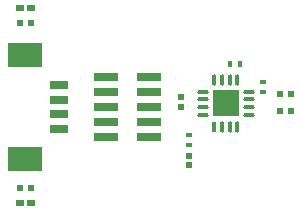
<source format=gtp>
G04*
G04 #@! TF.GenerationSoftware,Altium Limited,Altium Designer,24.1.2 (44)*
G04*
G04 Layer_Color=8421504*
%FSLAX44Y44*%
%MOMM*%
G71*
G04*
G04 #@! TF.SameCoordinates,47630513-E096-4814-B05C-B46C922ECB9E*
G04*
G04*
G04 #@! TF.FilePolarity,Positive*
G04*
G01*
G75*
%ADD13R,0.4725X0.4682*%
%ADD14R,1.6000X0.8000*%
%ADD15R,3.0000X2.1000*%
%ADD16R,0.5000X0.4000*%
%ADD17R,0.4000X0.5000*%
G04:AMPARAMS|DCode=18|XSize=0.4mm|YSize=0.95mm|CornerRadius=0.2mm|HoleSize=0mm|Usage=FLASHONLY|Rotation=90.000|XOffset=0mm|YOffset=0mm|HoleType=Round|Shape=RoundedRectangle|*
%AMROUNDEDRECTD18*
21,1,0.4000,0.5500,0,0,90.0*
21,1,0.0000,0.9500,0,0,90.0*
1,1,0.4000,0.2750,0.0000*
1,1,0.4000,0.2750,0.0000*
1,1,0.4000,-0.2750,0.0000*
1,1,0.4000,-0.2750,0.0000*
%
%ADD18ROUNDEDRECTD18*%
G04:AMPARAMS|DCode=19|XSize=0.95mm|YSize=0.4mm|CornerRadius=0.2mm|HoleSize=0mm|Usage=FLASHONLY|Rotation=90.000|XOffset=0mm|YOffset=0mm|HoleType=Round|Shape=RoundedRectangle|*
%AMROUNDEDRECTD19*
21,1,0.9500,0.0000,0,0,90.0*
21,1,0.5500,0.4000,0,0,90.0*
1,1,0.4000,0.0000,0.2750*
1,1,0.4000,0.0000,-0.2750*
1,1,0.4000,0.0000,-0.2750*
1,1,0.4000,0.0000,0.2750*
%
%ADD19ROUNDEDRECTD19*%
%ADD20R,0.5682X0.5725*%
%ADD21R,0.7000X0.5000*%
%ADD22R,0.5500X0.5500*%
%ADD23R,2.1500X0.6500*%
%ADD24R,2.3000X2.3000*%
%ADD25R,0.4000X0.9500*%
D13*
X169164Y78190D02*
D03*
Y70146D02*
D03*
X162052Y127465D02*
D03*
Y119423D02*
D03*
D14*
X58950Y138130D02*
D03*
Y125630D02*
D03*
Y113130D02*
D03*
Y100630D02*
D03*
D15*
X29950Y163630D02*
D03*
Y75130D02*
D03*
D16*
X231140Y132144D02*
D03*
Y140144D02*
D03*
X169164Y87440D02*
D03*
Y95440D02*
D03*
D17*
X203772Y155568D02*
D03*
X211772D02*
D03*
D18*
X219902Y132298D02*
D03*
X180402Y112798D02*
D03*
Y119298D02*
D03*
Y125798D02*
D03*
Y132298D02*
D03*
X219902Y125798D02*
D03*
Y119298D02*
D03*
Y112798D02*
D03*
D19*
X209902Y142298D02*
D03*
X190402D02*
D03*
X196902D02*
D03*
X203402D02*
D03*
X209902Y102798D02*
D03*
X203402D02*
D03*
X196902D02*
D03*
D20*
X254965Y116332D02*
D03*
X245923D02*
D03*
X254965Y130048D02*
D03*
X245923D02*
D03*
D21*
X25980Y38100D02*
D03*
X34980D02*
D03*
X25980Y203200D02*
D03*
X34980D02*
D03*
D22*
X25980Y50800D02*
D03*
X34980D02*
D03*
X25980Y190500D02*
D03*
X34980D02*
D03*
D23*
X98590Y93980D02*
D03*
X135090D02*
D03*
X98590Y106680D02*
D03*
X135090D02*
D03*
X98590Y119380D02*
D03*
X135090D02*
D03*
X98590Y132080D02*
D03*
X135090D02*
D03*
X98590Y144780D02*
D03*
X135090D02*
D03*
D24*
X200152Y122548D02*
D03*
D25*
X190402Y102798D02*
D03*
M02*

</source>
